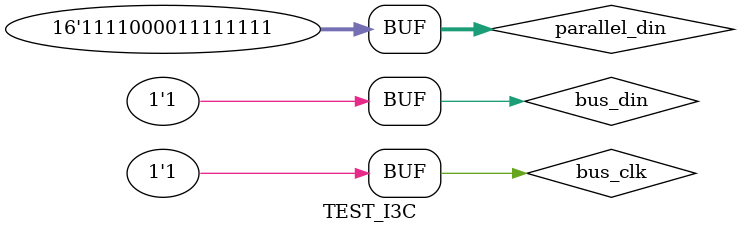
<source format=v>
`timescale 1ns / 1ps


module TEST_I3C;

	// Inputs
	reg bus_clk;
	reg bus_din;
	reg [15:0] parallel_din;

	// Outputs
	wire bus_dout;
	wire [15:0] parallel_dout;
	wire data_ready;
	wire dbg_state;

	// Instantiate the Unit Under Test (UUT)
	I3C_BUS uut (
		.bus_clk(bus_clk), 
		.bus_dout(bus_dout), 
		.bus_din(bus_din), 
		.parallel_din(parallel_din), 
		.parallel_dout(parallel_dout), 
		.data_ready(data_ready),
		.dbg_state(dbg_state)
	);

	initial begin
		// Initialize Inputs
		bus_clk = 0;
		bus_din = 0;
		parallel_din = 16'hF0FF;

		// Wait 100 ns for global reset to finish
		#100;

		#1 bus_clk = 0;		bus_din = 1;	 #1 bus_clk = 1;
 		#3;       
		#1 bus_clk = 0;		bus_din = 1;	 #1 bus_clk = 1;			
		#1 bus_clk = 0;		bus_din = 1;	 #1 bus_clk = 1;			
		#1 bus_clk = 0;		bus_din = 1;	 #1 bus_clk = 1;			
		#1 bus_clk = 0;		bus_din = 0;	 #1 bus_clk = 1;			
		#1 bus_clk = 0;		bus_din = 1;	 #1 bus_clk = 1;			
		#1 bus_clk = 0;		bus_din = 0;	 #1 bus_clk = 1;			
		#1 bus_clk = 0;		bus_din = 1;	 #1 bus_clk = 1;			
		#1 bus_clk = 0;		bus_din = 0;	 #1 bus_clk = 1;			
		#1;						
		#1 bus_clk = 0;		bus_din = 1;	 #1 bus_clk = 1;			
		#1 bus_clk = 0;		bus_din = 0;	 #1 bus_clk = 1;			
		#1 bus_clk = 0;		bus_din = 1;	 #1 bus_clk = 1;			
		#1 bus_clk = 0;		bus_din = 0;	 #1 bus_clk = 1;			
		#1 bus_clk = 0;		bus_din = 1;	 #1 bus_clk = 1;			
		#1 bus_clk = 0;		bus_din = 1;	 #1 bus_clk = 1;			
		#1 bus_clk = 0;		bus_din = 1;	 #1 bus_clk = 1;			
		#1 bus_clk = 0;		bus_din = 1;	 #1 bus_clk = 1;
		#3;
		#1 bus_clk = 0;		bus_din = 1;	 #1 bus_clk = 1;
		#1 bus_clk = 0;		bus_din = 1;	 #1 bus_clk = 1;
		// Add stimulus here

	end
      
endmodule


</source>
